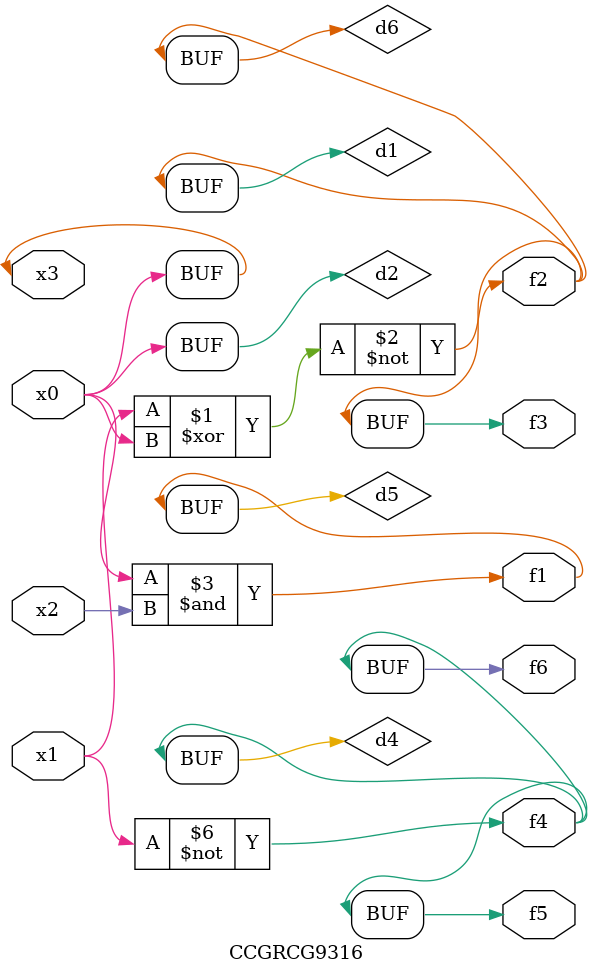
<source format=v>
module CCGRCG9316(
	input x0, x1, x2, x3,
	output f1, f2, f3, f4, f5, f6
);

	wire d1, d2, d3, d4, d5, d6;

	xnor (d1, x1, x3);
	buf (d2, x0, x3);
	nand (d3, x0, x2);
	not (d4, x1);
	nand (d5, d3);
	or (d6, d1);
	assign f1 = d5;
	assign f2 = d6;
	assign f3 = d6;
	assign f4 = d4;
	assign f5 = d4;
	assign f6 = d4;
endmodule

</source>
